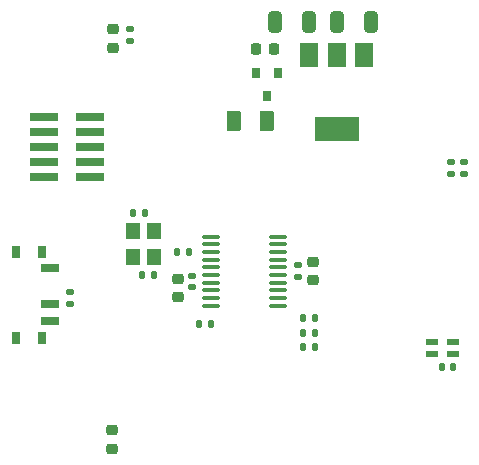
<source format=gbr>
%TF.GenerationSoftware,KiCad,Pcbnew,(6.0.0-rc1-124-g18b4ebcc17)*%
%TF.CreationDate,2021-11-25T20:10:52+05:30*%
%TF.ProjectId,Europa,4575726f-7061-42e6-9b69-6361645f7063,rev?*%
%TF.SameCoordinates,Original*%
%TF.FileFunction,Paste,Top*%
%TF.FilePolarity,Positive*%
%FSLAX46Y46*%
G04 Gerber Fmt 4.6, Leading zero omitted, Abs format (unit mm)*
G04 Created by KiCad (PCBNEW (6.0.0-rc1-124-g18b4ebcc17)) date 2021-11-25 20:10:52*
%MOMM*%
%LPD*%
G01*
G04 APERTURE LIST*
G04 Aperture macros list*
%AMRoundRect*
0 Rectangle with rounded corners*
0 $1 Rounding radius*
0 $2 $3 $4 $5 $6 $7 $8 $9 X,Y pos of 4 corners*
0 Add a 4 corners polygon primitive as box body*
4,1,4,$2,$3,$4,$5,$6,$7,$8,$9,$2,$3,0*
0 Add four circle primitives for the rounded corners*
1,1,$1+$1,$2,$3*
1,1,$1+$1,$4,$5*
1,1,$1+$1,$6,$7*
1,1,$1+$1,$8,$9*
0 Add four rect primitives between the rounded corners*
20,1,$1+$1,$2,$3,$4,$5,0*
20,1,$1+$1,$4,$5,$6,$7,0*
20,1,$1+$1,$6,$7,$8,$9,0*
20,1,$1+$1,$8,$9,$2,$3,0*%
G04 Aperture macros list end*
%ADD10RoundRect,0.225000X-0.250000X0.225000X-0.250000X-0.225000X0.250000X-0.225000X0.250000X0.225000X0*%
%ADD11RoundRect,0.140000X-0.170000X0.140000X-0.170000X-0.140000X0.170000X-0.140000X0.170000X0.140000X0*%
%ADD12R,2.400000X0.740000*%
%ADD13RoundRect,0.135000X-0.185000X0.135000X-0.185000X-0.135000X0.185000X-0.135000X0.185000X0.135000X0*%
%ADD14RoundRect,0.135000X0.135000X0.185000X-0.135000X0.185000X-0.135000X-0.185000X0.135000X-0.185000X0*%
%ADD15RoundRect,0.135000X0.185000X-0.135000X0.185000X0.135000X-0.185000X0.135000X-0.185000X-0.135000X0*%
%ADD16R,0.800000X1.000000*%
%ADD17R,1.500000X0.700000*%
%ADD18RoundRect,0.140000X0.140000X0.170000X-0.140000X0.170000X-0.140000X-0.170000X0.140000X-0.170000X0*%
%ADD19R,1.200000X1.400000*%
%ADD20R,1.500000X2.000000*%
%ADD21R,3.800000X2.000000*%
%ADD22RoundRect,0.249999X-0.325001X-0.650001X0.325001X-0.650001X0.325001X0.650001X-0.325001X0.650001X0*%
%ADD23RoundRect,0.100000X-0.637500X-0.100000X0.637500X-0.100000X0.637500X0.100000X-0.637500X0.100000X0*%
%ADD24RoundRect,0.218750X0.218750X0.256250X-0.218750X0.256250X-0.218750X-0.256250X0.218750X-0.256250X0*%
%ADD25RoundRect,0.135000X-0.135000X-0.185000X0.135000X-0.185000X0.135000X0.185000X-0.135000X0.185000X0*%
%ADD26RoundRect,0.218750X0.256250X-0.218750X0.256250X0.218750X-0.256250X0.218750X-0.256250X-0.218750X0*%
%ADD27R,0.800000X0.900000*%
%ADD28RoundRect,0.250000X0.375000X0.625000X-0.375000X0.625000X-0.375000X-0.625000X0.375000X-0.625000X0*%
%ADD29R,1.000000X0.500000*%
G04 APERTURE END LIST*
D10*
%TO.C,C1*%
X55775000Y-52225000D03*
X55775000Y-53775000D03*
%TD*%
D11*
%TO.C,C2*%
X54500000Y-52520000D03*
X54500000Y-53480000D03*
%TD*%
D10*
%TO.C,C5*%
X44350000Y-53675000D03*
X44350000Y-55225000D03*
%TD*%
D12*
%TO.C,J3*%
X33050000Y-39960000D03*
X36950000Y-39960000D03*
X33050000Y-41230000D03*
X36950000Y-41230000D03*
X33050000Y-42500000D03*
X36950000Y-42500000D03*
X33050000Y-43770000D03*
X36950000Y-43770000D03*
X33050000Y-45040000D03*
X36950000Y-45040000D03*
%TD*%
D13*
%TO.C,R3*%
X68600000Y-43730000D03*
X68600000Y-44750000D03*
%TD*%
%TO.C,R6*%
X67500000Y-43730000D03*
X67500000Y-44750000D03*
%TD*%
D14*
%TO.C,R8*%
X56010000Y-59400000D03*
X54990000Y-59400000D03*
%TD*%
D15*
%TO.C,R12*%
X35250000Y-55750000D03*
X35250000Y-54730000D03*
%TD*%
D16*
%TO.C,SW1*%
X30670000Y-58650000D03*
X32880000Y-51350000D03*
X32880000Y-58650000D03*
X30670000Y-51350000D03*
D17*
X33530000Y-52750000D03*
X33530000Y-55750000D03*
X33530000Y-57250000D03*
%TD*%
D11*
%TO.C,C6*%
X45600000Y-53400000D03*
X45600000Y-54360000D03*
%TD*%
D14*
%TO.C,R2*%
X45310000Y-51375000D03*
X44290000Y-51375000D03*
%TD*%
D18*
%TO.C,C3*%
X41560000Y-48050000D03*
X40600000Y-48050000D03*
%TD*%
D19*
%TO.C,Y1*%
X40600000Y-49600000D03*
X40600000Y-51800000D03*
X42300000Y-51800000D03*
X42300000Y-49600000D03*
%TD*%
D18*
%TO.C,C4*%
X42300000Y-53350000D03*
X41340000Y-53350000D03*
%TD*%
D20*
%TO.C,U2*%
X60100000Y-34700000D03*
D21*
X57800000Y-41000000D03*
D20*
X57800000Y-34700000D03*
X55500000Y-34700000D03*
%TD*%
D22*
%TO.C,C8*%
X57800000Y-31900000D03*
X60750000Y-31900000D03*
%TD*%
%TO.C,C7*%
X52550000Y-31900000D03*
X55500000Y-31900000D03*
%TD*%
D23*
%TO.C,U1*%
X47137500Y-50075000D03*
X47137500Y-50725000D03*
X47137500Y-51375000D03*
X47137500Y-52025000D03*
X47137500Y-52675000D03*
X47137500Y-53325000D03*
X47137500Y-53975000D03*
X47137500Y-54625000D03*
X47137500Y-55275000D03*
X47137500Y-55925000D03*
X52862500Y-55925000D03*
X52862500Y-55275000D03*
X52862500Y-54625000D03*
X52862500Y-53975000D03*
X52862500Y-53325000D03*
X52862500Y-52675000D03*
X52862500Y-52025000D03*
X52862500Y-51375000D03*
X52862500Y-50725000D03*
X52862500Y-50075000D03*
%TD*%
D24*
%TO.C,FB1*%
X52525000Y-34200000D03*
X50950000Y-34200000D03*
%TD*%
D25*
%TO.C,R11*%
X46110000Y-57500000D03*
X47130000Y-57500000D03*
%TD*%
D26*
%TO.C,D4*%
X38750000Y-68037500D03*
X38750000Y-66462500D03*
%TD*%
D14*
%TO.C,R10*%
X56010000Y-57000000D03*
X54990000Y-57000000D03*
%TD*%
%TO.C,R9*%
X56010000Y-58200000D03*
X54990000Y-58200000D03*
%TD*%
D27*
%TO.C,Q1*%
X52850000Y-36200000D03*
X50950000Y-36200000D03*
X51900000Y-38200000D03*
%TD*%
D28*
%TO.C,F1*%
X51900000Y-40300000D03*
X49100000Y-40300000D03*
%TD*%
D26*
%TO.C,D3*%
X38850000Y-34075000D03*
X38850000Y-32500000D03*
%TD*%
D13*
%TO.C,R7*%
X40300000Y-32500000D03*
X40300000Y-33520000D03*
%TD*%
D18*
%TO.C,C12*%
X67650000Y-61150000D03*
X66690000Y-61150000D03*
%TD*%
D29*
%TO.C,D5*%
X65850000Y-60000000D03*
X65850000Y-59000000D03*
X67650000Y-59000000D03*
X67650000Y-60000000D03*
%TD*%
M02*

</source>
